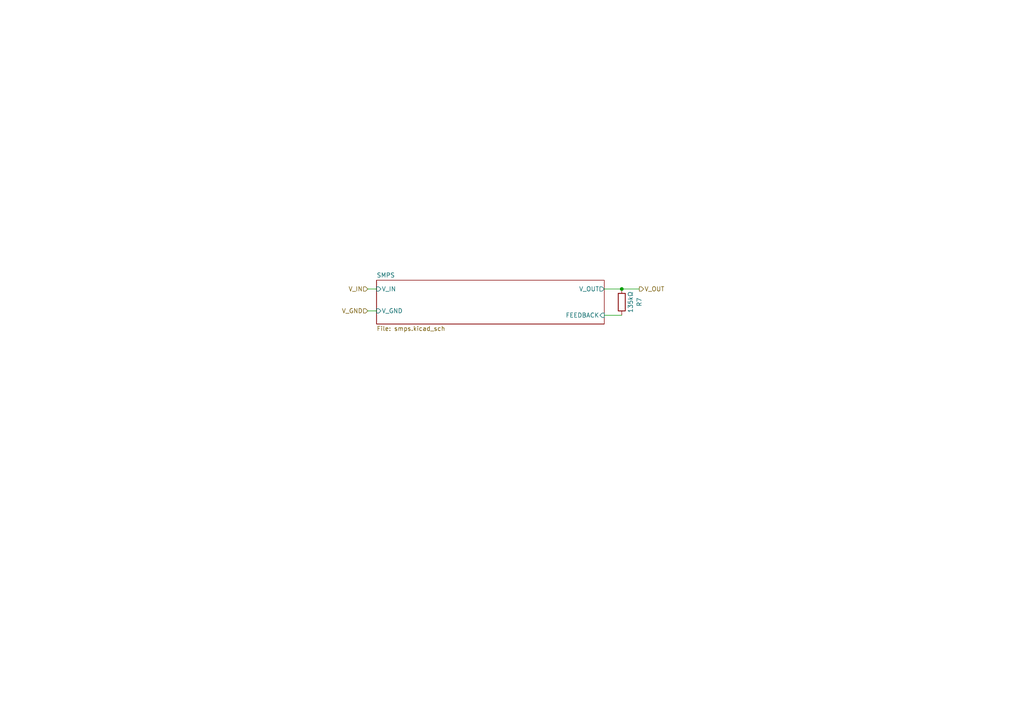
<source format=kicad_sch>
(kicad_sch (version 20231120) (generator "eeschema") (generator_version "8.0")
  (paper "A4")
  (lib_symbols
    (symbol "Device:R" (pin_numbers hide) (pin_names (offset 0))
      (property "Reference" "R" (at 2.032 0 90))
      (property "Value" "R" (at 0 0 90))
      (symbol "R_0_1"
        (rectangle (start -1.016 -2.54) (end 1.016 2.54) (stroke (width 0.254)))
      )
      (symbol "R_1_1"
        (pin passive line (at 0 3.81 270) (length 1.27) (name "~") (number "1"))
        (pin passive line (at 0 -3.81 90) (length 1.27) (name "~") (number "2"))
      )
    )
  )
  (junction (at 180.34 83.82))
  (wire (pts (xy 180.34 91.44) (xy 175.26 91.44)))
  (wire (pts (xy 180.34 83.82) (xy 185.42 83.82)))
  (wire (pts (xy 106.68 90.17) (xy 109.22 90.17)))
  (wire (pts (xy 175.26 83.82) (xy 180.34 83.82)))
  (wire (pts (xy 106.68 83.82) (xy 109.22 83.82)))
  (hierarchical_label "V_OUT" (shape output) (at 185.42 83.82 0))
  (hierarchical_label "V_IN" (shape input) (at 106.68 83.82 180))
  (hierarchical_label "V_GND" (shape input) (at 106.68 90.17 180))
  (symbol (lib_id "Device:R") (at 180.34 87.63 0) (unit 1)
    (property "Reference" "R?" (at 185.42 87.63 90))
    (property "Value" "135kΩ" (at 182.88 87.63 90))
    (property "Description" "Resistor" (effects (hide yes)))
    (instances (project "power" (path "" (reference "R7") (unit 1)) (path "" (reference "R?") (unit 1))))
  )
  (sheet (at 109.22 81.28) (size 66.04 12.7) (stroke (width 0.1524))
    (property "Sheetname" "SMPS" (at 109.22 80.5684 0) (effects (justify left bottom)))
    (property "Sheetfile" "smps.kicad_sch" (at 109.22 94.5646 0) (effects (justify left top)))
    (pin "V_IN" input (at 109.22 83.82 180))
    (pin "V_GND" input (at 109.22 90.17 180))
    (pin "V_OUT" output (at 175.26 83.82 0))
    (pin "FEEDBACK" input (at 175.26 91.44 0))
  )
)
</source>
